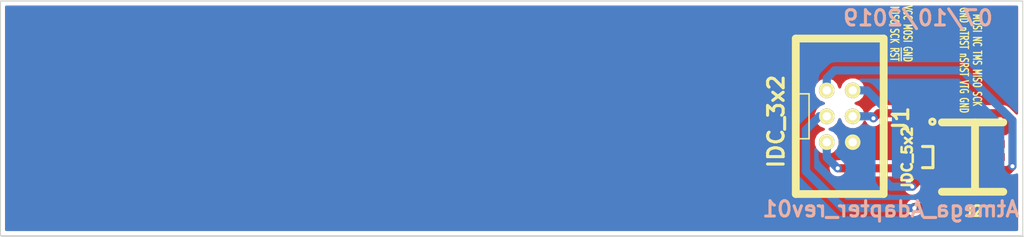
<source format=kicad_pcb>
(kicad_pcb (version 4) (host pcbnew 4.0.7)

  (general
    (links 7)
    (no_connects 0)
    (area 85.949999 52.949999 186.150001 76.150001)
    (thickness 1.6)
    (drawings 9)
    (tracks 44)
    (zones 0)
    (modules 2)
    (nets 7)
  )

  (page A)
  (layers
    (0 F.Cu signal)
    (31 B.Cu signal)
    (32 B.Adhes user)
    (33 F.Adhes user)
    (34 B.Paste user)
    (35 F.Paste user)
    (36 B.SilkS user)
    (37 F.SilkS user)
    (38 B.Mask user)
    (39 F.Mask user)
    (40 Dwgs.User user)
    (41 Cmts.User user)
    (42 Eco1.User user)
    (43 Eco2.User user)
    (44 Edge.Cuts user)
  )

  (setup
    (last_trace_width 0.8)
    (user_trace_width 0.25)
    (user_trace_width 0.3)
    (user_trace_width 0.4)
    (user_trace_width 0.5)
    (user_trace_width 0.8)
    (user_trace_width 1)
    (user_trace_width 2)
    (user_trace_width 3)
    (trace_clearance 0.08)
    (zone_clearance 0.4)
    (zone_45_only yes)
    (trace_min 0.1)
    (segment_width 0.2)
    (edge_width 0.1)
    (via_size 0.7)
    (via_drill 0.4)
    (via_min_size 0.7)
    (via_min_drill 0.4)
    (uvia_size 0.4)
    (uvia_drill 0.127)
    (uvias_allowed no)
    (uvia_min_size 0.4)
    (uvia_min_drill 0.127)
    (pcb_text_width 0.3)
    (pcb_text_size 1.5 1.5)
    (mod_edge_width 0.15)
    (mod_text_size 1 1)
    (mod_text_width 0.15)
    (pad_size 3 3)
    (pad_drill 3)
    (pad_to_mask_clearance 0)
    (pad_to_paste_clearance_ratio -0.1)
    (aux_axis_origin 0 0)
    (visible_elements 7FFFFFFF)
    (pcbplotparams
      (layerselection 0x010fc_80000001)
      (usegerberextensions false)
      (excludeedgelayer true)
      (linewidth 0.050000)
      (plotframeref false)
      (viasonmask false)
      (mode 1)
      (useauxorigin false)
      (hpglpennumber 1)
      (hpglpenspeed 20)
      (hpglpendiameter 15)
      (hpglpenoverlay 2)
      (psnegative false)
      (psa4output false)
      (plotreference true)
      (plotvalue true)
      (plotinvisibletext false)
      (padsonsilk false)
      (subtractmaskfromsilk false)
      (outputformat 1)
      (mirror false)
      (drillshape 0)
      (scaleselection 1)
      (outputdirectory PCB/))
  )

  (net 0 "")
  (net 1 GND)
  (net 2 ~RESET~)
  (net 3 VDD)
  (net 4 MISO)
  (net 5 SCK)
  (net 6 MOSI)

  (net_class Default "This is the default net class."
    (clearance 0.08)
    (trace_width 0.25)
    (via_dia 0.7)
    (via_drill 0.4)
    (uvia_dia 0.4)
    (uvia_drill 0.127)
    (add_net GND)
    (add_net MISO)
    (add_net MOSI)
    (add_net SCK)
    (add_net VDD)
    (add_net ~RESET~)
  )

  (module ted_connectors:TED_IDC_5x2_1.27pitch_SMD (layer F.Cu) (tedit 5D2678C2) (tstamp 5D26780A)
    (at 181.1 68.3 270)
    (path /5D267407)
    (fp_text reference J2 (at 5.3 -0.1 360) (layer F.SilkS)
      (effects (font (size 1 1) (thickness 0.25)))
    )
    (fp_text value IDC_5x2 (at 0 6.4 270) (layer F.SilkS)
      (effects (font (size 1 1) (thickness 0.25)))
    )
    (fp_line (start -1.04 4.896) (end -1.04 3.88) (layer F.SilkS) (width 0.3))
    (fp_line (start -1 3.88) (end 1 3.88) (layer F.SilkS) (width 0.3))
    (fp_line (start 1.04 3.88) (end 1.04 4.896) (layer F.SilkS) (width 0.3))
    (fp_circle (center -3.466 3.934) (end -3.212 3.934) (layer F.SilkS) (width 0.3))
    (fp_line (start 3.4 -3) (end 3.4 3) (layer F.SilkS) (width 0.762))
    (fp_line (start -3.4 3) (end -3.4 -3) (layer F.SilkS) (width 0.762))
    (fp_line (start -3.4 -0.236) (end 3.4 -0.236) (layer F.SilkS) (width 0.762))
    (pad 8 smd rect (at 1.27 -1.95 270) (size 0.76 2.4) (layers F.Cu F.Paste F.Mask)
      (net 4 MISO))
    (pad 10 smd rect (at 2.54 -1.95 270) (size 0.76 2.4) (layers F.Cu F.Paste F.Mask)
      (net 5 SCK))
    (pad 9 smd rect (at 2.54 1.95 270) (size 0.76 2.4) (layers F.Cu F.Paste F.Mask)
      (net 1 GND))
    (pad 7 smd rect (at 1.27 1.95 270) (size 0.76 2.4) (layers F.Cu F.Paste F.Mask)
      (net 3 VDD))
    (pad 1 smd rect (at -2.54 1.95 270) (size 0.76 2.4) (layers F.Cu F.Paste F.Mask)
      (net 1 GND))
    (pad 3 smd rect (at -1.27 1.95 270) (size 0.76 2.4) (layers F.Cu F.Paste F.Mask))
    (pad 5 smd rect (at 0 1.95 270) (size 0.76 2.4) (layers F.Cu F.Paste F.Mask)
      (net 2 ~RESET~))
    (pad 6 smd rect (at 0 -1.95 270) (size 0.76 2.4) (layers F.Cu F.Paste F.Mask))
    (pad 4 smd rect (at -1.27 -1.95 270) (size 0.76 2.4) (layers F.Cu F.Paste F.Mask))
    (pad 2 smd rect (at -2.54 -1.95 270) (size 0.76 2.4) (layers F.Cu F.Paste F.Mask)
      (net 6 MOSI))
  )

  (module ted_connectors:TED_IDC_3x2 (layer F.Cu) (tedit 5D267ABB) (tstamp 5D267801)
    (at 168.1 64.3 270)
    (path /5C6F85F8)
    (fp_text reference J1 (at 0.381 -5.969 270) (layer F.SilkS)
      (effects (font (thickness 0.3048)))
    )
    (fp_text value IDC_3x2 (at 0.508 6.223 270) (layer F.SilkS)
      (effects (font (thickness 0.3048)))
    )
    (fp_line (start -2.2 4) (end -2.2 3) (layer F.SilkS) (width 0.15))
    (fp_line (start -2.2 3) (end 2.2 3) (layer F.SilkS) (width 0.15))
    (fp_line (start 2.2 3) (end 2.2 4) (layer F.SilkS) (width 0.15))
    (fp_line (start 7.62 -4.3) (end 7.62 4.3) (layer F.SilkS) (width 0.762))
    (fp_line (start 7.62 4.3) (end -7.62 4.3) (layer F.SilkS) (width 0.762))
    (fp_line (start -7.62 4.3) (end -7.62 -4.3) (layer F.SilkS) (width 0.762))
    (fp_line (start -7.62 -4.3) (end 7.62 -4.3) (layer F.SilkS) (width 0.762))
    (pad 1 thru_hole circle (at -2.54 1.27 270) (size 1.524 1.524) (drill 0.8128) (layers *.Cu *.Mask F.SilkS)
      (net 4 MISO))
    (pad 3 thru_hole circle (at 0 1.27 270) (size 1.524 1.524) (drill 0.8128) (layers *.Cu *.Mask F.SilkS)
      (net 5 SCK))
    (pad 5 thru_hole circle (at 2.54 1.27 270) (size 1.524 1.524) (drill 0.8128) (layers *.Cu *.Mask F.SilkS)
      (net 2 ~RESET~))
    (pad 6 thru_hole circle (at 2.54 -1.27 270) (size 1.524 1.524) (drill 0.8128) (layers *.Cu *.Mask F.SilkS)
      (net 1 GND))
    (pad 4 thru_hole circle (at 0 -1.27 270) (size 1.524 1.524) (drill 0.8128) (layers *.Cu *.Mask F.SilkS)
      (net 6 MOSI))
    (pad 2 thru_hole circle (at -2.54 -1.27 270) (size 1.524 1.524) (drill 0.8128) (layers *.Cu *.Mask F.SilkS)
      (net 3 VDD))
  )

  (gr_text "MOSI NC TMS MISO SCK\nGND nTRST nSRST VTG GND" (at 180.9 58.8 270) (layer F.SilkS) (tstamp 5D267905)
    (effects (font (size 0.8 0.5) (thickness 0.125)))
  )
  (gr_text Atmega_Adapter_rev01 (at 173.1 73.4) (layer B.SilkS)
    (effects (font (size 1.5 1.5) (thickness 0.3)) (justify mirror))
  )
  (gr_text "VCC MOSI GND\nMISO SCK ~RST~" (at 174.1 56.2 270) (layer F.SilkS)
    (effects (font (size 0.8 0.5) (thickness 0.125)))
  )
  (gr_line (start 186 76) (end 86 76) (angle 90) (layer Edge.Cuts) (width 0.1))
  (gr_text 07/10/2019 (at 175.76 54.67) (layer B.SilkS)
    (effects (font (size 1.5 1.5) (thickness 0.3)) (justify mirror))
  )
  (gr_line (start 186 53) (end 86 53) (angle 90) (layer Edge.Cuts) (width 0.1))
  (gr_line (start 86.1 76.1) (end 186.1 76.1) (angle 90) (layer Edge.Cuts) (width 0.1))
  (gr_line (start 86 76) (end 86 53) (angle 90) (layer Edge.Cuts) (width 0.1))
  (gr_line (start 186 53) (end 186 76) (angle 90) (layer Edge.Cuts) (width 0.1))

  (segment (start 179.15 68.3) (end 175.5 68.3) (width 0.8) (layer F.Cu) (net 2))
  (segment (start 166.83 68.33) (end 166.83 66.84) (width 0.8) (layer B.Cu) (net 2) (tstamp 5D2679D9))
  (segment (start 167.9 69.4) (end 166.83 68.33) (width 0.8) (layer B.Cu) (net 2) (tstamp 5D2679D8))
  (via (at 167.9 69.4) (size 0.7) (drill 0.4) (layers F.Cu B.Cu) (net 2))
  (segment (start 174.4 69.4) (end 167.9 69.4) (width 0.8) (layer F.Cu) (net 2) (tstamp 5D2679D2))
  (segment (start 175.5 68.3) (end 174.4 69.4) (width 0.8) (layer F.Cu) (net 2) (tstamp 5D2679D0))
  (segment (start 179.15 69.57) (end 176.83 69.57) (width 0.8) (layer F.Cu) (net 3))
  (segment (start 176.83 69.57) (end 175.2 71.2) (width 0.8) (layer F.Cu) (net 3) (tstamp 5D2679E1))
  (via (at 175.2 71.2) (size 0.7) (drill 0.4) (layers F.Cu B.Cu) (net 3))
  (segment (start 175.2 71.2) (end 173.1 71.2) (width 0.8) (layer B.Cu) (net 3) (tstamp 5D2679E4))
  (segment (start 173.1 71.2) (end 172.4 70.5) (width 0.8) (layer B.Cu) (net 3) (tstamp 5D2679E5))
  (segment (start 172.4 70.5) (end 172.4 63.4) (width 0.8) (layer B.Cu) (net 3) (tstamp 5D2679E6))
  (segment (start 172.4 63.4) (end 170.76 61.76) (width 0.8) (layer B.Cu) (net 3) (tstamp 5D2679E7))
  (segment (start 170.76 61.76) (end 169.37 61.76) (width 0.8) (layer B.Cu) (net 3) (tstamp 5D2679E8))
  (segment (start 183.05 69.57) (end 184.63 69.57) (width 0.8) (layer F.Cu) (net 4))
  (segment (start 166.83 60.57) (end 166.83 61.76) (width 0.8) (layer B.Cu) (net 4) (tstamp 5D267A2B))
  (segment (start 167.6 59.8) (end 166.83 60.57) (width 0.8) (layer B.Cu) (net 4) (tstamp 5D267A29))
  (segment (start 180.1 59.8) (end 167.6 59.8) (width 0.8) (layer B.Cu) (net 4) (tstamp 5D267A26))
  (segment (start 185 64.7) (end 180.1 59.8) (width 0.8) (layer B.Cu) (net 4) (tstamp 5D267A23))
  (segment (start 185 69.2) (end 185 64.7) (width 0.8) (layer B.Cu) (net 4) (tstamp 5D267A22))
  (via (at 185 69.2) (size 0.7) (drill 0.4) (layers F.Cu B.Cu) (net 4))
  (segment (start 184.63 69.57) (end 185 69.2) (width 0.8) (layer F.Cu) (net 4) (tstamp 5D267A1E))
  (segment (start 166.83 64.3) (end 166.1 64.3) (width 0.8) (layer B.Cu) (net 5) (status C00000))
  (segment (start 166.1 64.3) (end 164.8 65.6) (width 0.8) (layer B.Cu) (net 5) (tstamp 5D267B8A) (status 400000))
  (via (at 175.4 73.3) (size 0.7) (drill 0.4) (layers F.Cu B.Cu) (net 5))
  (segment (start 168.4 73.3) (end 175.4 73.3) (width 0.8) (layer B.Cu) (net 5) (tstamp 5D267B90))
  (segment (start 164.8 69.7) (end 168.4 73.3) (width 0.8) (layer B.Cu) (net 5) (tstamp 5D267B8C))
  (segment (start 164.8 65.6) (end 164.8 69.7) (width 0.8) (layer B.Cu) (net 5) (tstamp 5D267B8B))
  (segment (start 175.4 73.3) (end 175.4 73.2) (width 0.8) (layer F.Cu) (net 5) (tstamp 5D267B93))
  (segment (start 175.4 73.2) (end 175.4 73.3) (width 0.8) (layer F.Cu) (net 5) (tstamp 5D267B94))
  (segment (start 175.4 73.3) (end 175.4 73.2) (width 0.8) (layer F.Cu) (net 5) (tstamp 5D267B96))
  (segment (start 183.05 70.84) (end 183.05 71.95) (width 0.8) (layer F.Cu) (net 5) (status 400000))
  (segment (start 183.05 71.95) (end 181.8 73.2) (width 0.8) (layer F.Cu) (net 5) (tstamp 5D267B7D))
  (segment (start 183.05 70.84) (end 184.24 70.84) (width 0.8) (layer F.Cu) (net 5))
  (segment (start 181.8 73.2) (end 175.4 73.2) (width 0.8) (layer F.Cu) (net 5) (tstamp 5D267B83))
  (segment (start 183.05 65.76) (end 184.24 65.76) (width 0.8) (layer F.Cu) (net 6))
  (segment (start 184.24 65.76) (end 184.8 65.2) (width 0.8) (layer F.Cu) (net 6) (tstamp 5D2679EF))
  (segment (start 184.8 65.2) (end 184.8 64.7) (width 0.8) (layer F.Cu) (net 6) (tstamp 5D2679F2))
  (segment (start 184.8 64.7) (end 184.1 64) (width 0.8) (layer F.Cu) (net 6) (tstamp 5D2679F3))
  (segment (start 184.1 64) (end 171.9 64) (width 0.8) (layer F.Cu) (net 6) (tstamp 5D2679F4))
  (segment (start 171.9 64) (end 171.4 64.5) (width 0.8) (layer F.Cu) (net 6) (tstamp 5D2679F9))
  (via (at 171.4 64.5) (size 0.7) (drill 0.4) (layers F.Cu B.Cu) (net 6))
  (segment (start 171.4 64.5) (end 171.2 64.3) (width 0.8) (layer B.Cu) (net 6) (tstamp 5D267A02))
  (segment (start 171.2 64.3) (end 169.37 64.3) (width 0.8) (layer B.Cu) (net 6) (tstamp 5D267A03))

  (zone (net 1) (net_name GND) (layer B.Cu) (tstamp 52786CE0) (hatch edge 0.508)
    (connect_pads yes (clearance 0.4))
    (min_thickness 0.254)
    (fill yes (arc_segments 16) (thermal_gap 0.508) (thermal_bridge_width 0.508))
    (polygon
      (pts
        (xy 160.64 53.02) (xy 160.44 76.05) (xy 185.97 76.04) (xy 185.67 53.01)
      )
    )
    (filled_polygon
      (pts
        (xy 185.423 63.812024) (xy 180.755488 59.144512) (xy 180.454748 58.943564) (xy 180.1 58.873) (xy 167.6 58.873)
        (xy 167.245252 58.943564) (xy 166.944512 59.144512) (xy 166.174512 59.914512) (xy 165.973564 60.215252) (xy 165.903 60.57)
        (xy 165.903 60.864051) (xy 165.737876 61.028887) (xy 165.541224 61.502477) (xy 165.540777 62.015273) (xy 165.736602 62.489206)
        (xy 166.098887 62.852124) (xy 166.52773 63.030196) (xy 166.100794 63.206602) (xy 165.892824 63.41421) (xy 165.745253 63.443563)
        (xy 165.444512 63.644512) (xy 164.144512 64.944512) (xy 163.943564 65.245252) (xy 163.873 65.6) (xy 163.873 69.7)
        (xy 163.943564 70.054748) (xy 164.125477 70.327) (xy 164.144512 70.355488) (xy 167.744512 73.955488) (xy 168.045253 74.156437)
        (xy 168.4 74.227) (xy 175.4 74.227) (xy 175.754748 74.156436) (xy 176.055488 73.955488) (xy 176.256436 73.654748)
        (xy 176.327 73.3) (xy 176.256436 72.945252) (xy 176.055488 72.644512) (xy 175.754748 72.443564) (xy 175.4 72.373)
        (xy 168.783976 72.373) (xy 165.727 69.316024) (xy 165.727 67.545967) (xy 165.736602 67.569206) (xy 165.903 67.735895)
        (xy 165.903 68.33) (xy 165.973564 68.684748) (xy 166.119109 68.902571) (xy 166.174512 68.985488) (xy 167.244512 70.055488)
        (xy 167.545253 70.256437) (xy 167.9 70.327) (xy 168.254747 70.256437) (xy 168.555488 70.055488) (xy 168.756437 69.754747)
        (xy 168.827 69.4) (xy 168.756437 69.045253) (xy 168.555488 68.744512) (xy 167.757 67.946024) (xy 167.757 67.735949)
        (xy 167.922124 67.571113) (xy 168.118776 67.097523) (xy 168.119223 66.584727) (xy 167.923398 66.110794) (xy 167.561113 65.747876)
        (xy 167.13227 65.569804) (xy 167.559206 65.393398) (xy 167.922124 65.031113) (xy 168.100196 64.60227) (xy 168.276602 65.029206)
        (xy 168.638887 65.392124) (xy 169.112477 65.588776) (xy 169.625273 65.589223) (xy 170.099206 65.393398) (xy 170.265895 65.227)
        (xy 170.851537 65.227) (xy 171.045253 65.356437) (xy 171.4 65.427) (xy 171.473 65.41248) (xy 171.473 70.5)
        (xy 171.543564 70.854748) (xy 171.657182 71.024789) (xy 171.744512 71.155488) (xy 172.444512 71.855488) (xy 172.745252 72.056436)
        (xy 173.1 72.127) (xy 175.2 72.127) (xy 175.554748 72.056436) (xy 175.855488 71.855488) (xy 176.056436 71.554748)
        (xy 176.127 71.2) (xy 176.056436 70.845252) (xy 175.855488 70.544512) (xy 175.554748 70.343564) (xy 175.2 70.273)
        (xy 173.483976 70.273) (xy 173.327 70.116024) (xy 173.327 63.4) (xy 173.256436 63.045252) (xy 173.055488 62.744512)
        (xy 171.415488 61.104512) (xy 171.302307 61.028887) (xy 171.114748 60.903564) (xy 170.76 60.833) (xy 170.265949 60.833)
        (xy 170.160134 60.727) (xy 179.716024 60.727) (xy 184.073 65.083976) (xy 184.073 69.2) (xy 184.143564 69.554748)
        (xy 184.344512 69.855488) (xy 184.645252 70.056436) (xy 185 70.127) (xy 185.354748 70.056436) (xy 185.423 70.010831)
        (xy 185.423 75.423) (xy 86.577 75.423) (xy 86.577 53.577) (xy 185.423 53.577)
      )
    )
  )
  (zone (net 1) (net_name GND) (layer F.Cu) (tstamp 5B6E2358) (hatch edge 0.508)
    (connect_pads yes (clearance 0.4))
    (min_thickness 0.254)
    (fill yes (arc_segments 16) (thermal_gap 0.508) (thermal_bridge_width 0.508))
    (polygon
      (pts
        (xy 160.6 52.9) (xy 186.01 52.97) (xy 186.07 76.04) (xy 160.55 75.88)
      )
    )
    (filled_polygon
      (pts
        (xy 185.423 64.012024) (xy 184.755488 63.344512) (xy 184.454748 63.143564) (xy 184.1 63.073) (xy 171.9 63.073)
        (xy 171.545253 63.143563) (xy 171.244512 63.344512) (xy 170.744512 63.844512) (xy 170.640695 63.999886) (xy 170.463398 63.570794)
        (xy 170.101113 63.207876) (xy 169.67227 63.029804) (xy 170.099206 62.853398) (xy 170.462124 62.491113) (xy 170.658776 62.017523)
        (xy 170.659223 61.504727) (xy 170.463398 61.030794) (xy 170.101113 60.667876) (xy 169.627523 60.471224) (xy 169.114727 60.470777)
        (xy 168.640794 60.666602) (xy 168.277876 61.028887) (xy 168.099804 61.45773) (xy 167.923398 61.030794) (xy 167.561113 60.667876)
        (xy 167.087523 60.471224) (xy 166.574727 60.470777) (xy 166.100794 60.666602) (xy 165.737876 61.028887) (xy 165.541224 61.502477)
        (xy 165.540777 62.015273) (xy 165.736602 62.489206) (xy 166.098887 62.852124) (xy 166.52773 63.030196) (xy 166.100794 63.206602)
        (xy 165.737876 63.568887) (xy 165.541224 64.042477) (xy 165.540777 64.555273) (xy 165.736602 65.029206) (xy 166.098887 65.392124)
        (xy 166.52773 65.570196) (xy 166.100794 65.746602) (xy 165.737876 66.108887) (xy 165.541224 66.582477) (xy 165.540777 67.095273)
        (xy 165.736602 67.569206) (xy 166.098887 67.932124) (xy 166.572477 68.128776) (xy 167.085273 68.129223) (xy 167.559206 67.933398)
        (xy 167.922124 67.571113) (xy 168.118776 67.097523) (xy 168.119223 66.584727) (xy 167.923398 66.110794) (xy 167.561113 65.747876)
        (xy 167.13227 65.569804) (xy 167.559206 65.393398) (xy 167.922124 65.031113) (xy 168.100196 64.60227) (xy 168.276602 65.029206)
        (xy 168.638887 65.392124) (xy 169.112477 65.588776) (xy 169.625273 65.589223) (xy 170.099206 65.393398) (xy 170.462124 65.031113)
        (xy 170.540906 64.841385) (xy 170.543564 64.854747) (xy 170.744512 65.155488) (xy 171.045253 65.356436) (xy 171.4 65.427)
        (xy 171.754747 65.356436) (xy 172.055488 65.155488) (xy 172.283976 64.927) (xy 181.580769 64.927) (xy 181.47534 64.994842)
        (xy 181.35501 65.170951) (xy 181.312676 65.38) (xy 181.312676 66.14) (xy 181.349423 66.335294) (xy 181.387146 66.393918)
        (xy 181.35501 66.440951) (xy 181.312676 66.65) (xy 181.312676 67.41) (xy 181.349423 67.605294) (xy 181.387146 67.663918)
        (xy 181.35501 67.710951) (xy 181.312676 67.92) (xy 181.312676 68.68) (xy 181.349423 68.875294) (xy 181.387146 68.933918)
        (xy 181.35501 68.980951) (xy 181.312676 69.19) (xy 181.312676 69.95) (xy 181.349423 70.145294) (xy 181.387146 70.203918)
        (xy 181.35501 70.250951) (xy 181.312676 70.46) (xy 181.312676 71.22) (xy 181.349423 71.415294) (xy 181.464842 71.59466)
        (xy 181.640951 71.71499) (xy 181.85 71.757324) (xy 181.9317 71.757324) (xy 181.416024 72.273) (xy 175.4 72.273)
        (xy 175.045252 72.343564) (xy 174.744512 72.544512) (xy 174.543564 72.845252) (xy 174.473 73.2) (xy 174.473 73.3)
        (xy 174.543564 73.654748) (xy 174.744512 73.955488) (xy 175.045252 74.156436) (xy 175.4 74.227) (xy 175.754748 74.156436)
        (xy 175.798802 74.127) (xy 181.8 74.127) (xy 182.154748 74.056436) (xy 182.455488 73.855488) (xy 183.705488 72.605488)
        (xy 183.827523 72.422849) (xy 183.906436 72.304748) (xy 183.977 71.95) (xy 183.977 71.767) (xy 184.24 71.767)
        (xy 184.594748 71.696436) (xy 184.895488 71.495488) (xy 185.096436 71.194748) (xy 185.167 70.84) (xy 185.096436 70.485252)
        (xy 185.034793 70.392997) (xy 185.285488 70.225488) (xy 185.423 70.087976) (xy 185.423 75.423) (xy 86.577 75.423)
        (xy 86.577 69.4) (xy 166.973 69.4) (xy 167.043564 69.754748) (xy 167.244512 70.055488) (xy 167.545252 70.256436)
        (xy 167.9 70.327) (xy 174.4 70.327) (xy 174.754748 70.256436) (xy 174.989332 70.099692) (xy 174.544512 70.544512)
        (xy 174.343564 70.845253) (xy 174.273 71.2) (xy 174.343564 71.554747) (xy 174.544512 71.855488) (xy 174.845253 72.056436)
        (xy 175.2 72.127) (xy 175.554747 72.056436) (xy 175.855488 71.855488) (xy 177.213976 70.497) (xy 179.15 70.497)
        (xy 179.198644 70.487324) (xy 180.35 70.487324) (xy 180.545294 70.450577) (xy 180.72466 70.335158) (xy 180.84499 70.159049)
        (xy 180.887324 69.95) (xy 180.887324 69.19) (xy 180.850577 68.994706) (xy 180.812854 68.936082) (xy 180.84499 68.889049)
        (xy 180.887324 68.68) (xy 180.887324 67.92) (xy 180.850577 67.724706) (xy 180.812854 67.666082) (xy 180.84499 67.619049)
        (xy 180.887324 67.41) (xy 180.887324 66.65) (xy 180.850577 66.454706) (xy 180.735158 66.27534) (xy 180.559049 66.15501)
        (xy 180.35 66.112676) (xy 177.95 66.112676) (xy 177.754706 66.149423) (xy 177.57534 66.264842) (xy 177.45501 66.440951)
        (xy 177.412676 66.65) (xy 177.412676 67.373) (xy 175.5 67.373) (xy 175.145252 67.443564) (xy 174.903206 67.605294)
        (xy 174.844512 67.644512) (xy 174.016024 68.473) (xy 167.9 68.473) (xy 167.545252 68.543564) (xy 167.244512 68.744512)
        (xy 167.043564 69.045252) (xy 166.973 69.4) (xy 86.577 69.4) (xy 86.577 53.577) (xy 185.423 53.577)
      )
    )
  )
)

</source>
